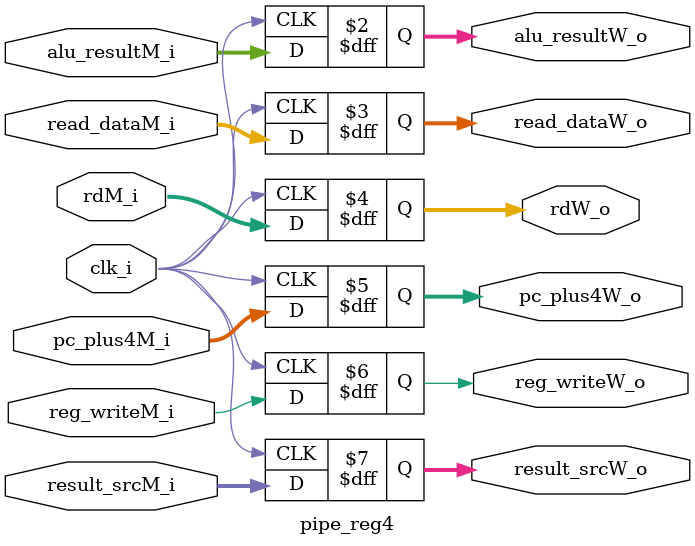
<source format=sv>
module pipe_reg4 #(
    parameter ADDRESS_WIDTH = 32,
              DATA_WIDTH = 32
)(
    // main inputs
    input  logic                     clk_i,         // clock
    input  logic [DATA_WIDTH-1:0]    alu_resultM_i, // alu output (memory)
    input  logic [ADDRESS_WIDTH-1:0] read_dataM_i,  // read from data mem (m)
    input  logic [11:7]              rdM_i, 
    input  logic [ADDRESS_WIDTH-1:0] pc_plus4M_i,

    // control unit inputs
    input logic       reg_writeM_i,
    input logic [1:0] result_srcM_i,

    // main outputs
    output logic [DATA_WIDTH-1:0]    alu_resultW_o, // alu output (memory)
    output logic [ADDRESS_WIDTH-1:0] read_dataW_o,  // read from data mem (m)
    output logic [11:7]              rdW_o, 
    output logic [ADDRESS_WIDTH-1:0] pc_plus4W_o,

    // control unit outputs
    output logic      reg_writeW_o,
    output logic[1:0] result_srcW_o
);

always_ff @(posedge clk_i) 
    begin
        alu_resultW_o <= alu_resultM_i;
        read_dataW_o <= read_dataM_i;
        rdW_o <= rdM_i;
        pc_plus4W_o <= pc_plus4M_i;
        reg_writeW_o <= reg_writeM_i;
        result_srcW_o <= result_srcM_i;
    end

endmodule

</source>
